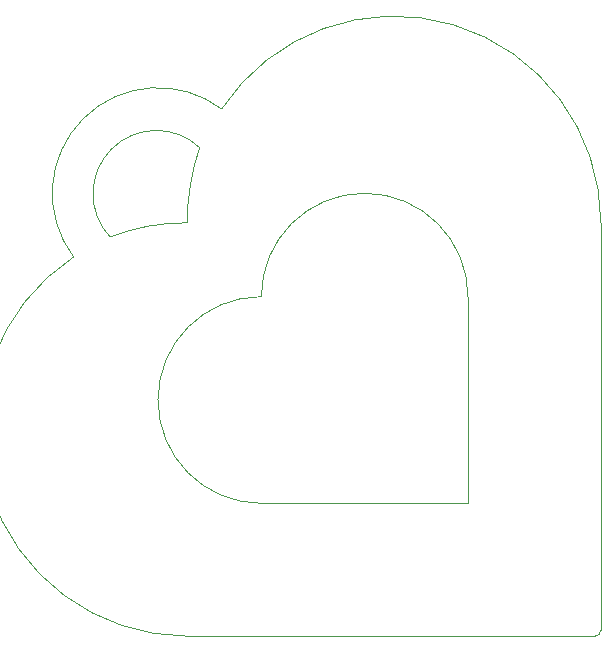
<source format=gbr>
%TF.GenerationSoftware,KiCad,Pcbnew,(5.1.12-1-g0a0a2da680)-1*%
%TF.CreationDate,2021-11-24T18:51:27+01:00*%
%TF.ProjectId,loveu,6c6f7665-752e-46b6-9963-61645f706362,rev?*%
%TF.SameCoordinates,Original*%
%TF.FileFunction,Profile,NP*%
%FSLAX46Y46*%
G04 Gerber Fmt 4.6, Leading zero omitted, Abs format (unit mm)*
G04 Created by KiCad (PCBNEW (5.1.12-1-g0a0a2da680)-1) date 2021-11-24 18:51:27*
%MOMM*%
%LPD*%
G01*
G04 APERTURE LIST*
%TA.AperFunction,Profile*%
%ADD10C,0.050000*%
%TD*%
G04 APERTURE END LIST*
D10*
X150000000Y-114500000D02*
G75*
G02*
X149500000Y-115000000I-500000J0D01*
G01*
X138750000Y-103750000D02*
X121250000Y-103750000D01*
X138750000Y-86250000D02*
X138750000Y-103750000D01*
X121250000Y-103750000D02*
G75*
G02*
X121250000Y-86250000I0J8750000D01*
G01*
X121250000Y-86250000D02*
G75*
G02*
X138750000Y-86250000I8750000J0D01*
G01*
X114980000Y-80000001D02*
G75*
G02*
X116030388Y-73630001I19840387J1D01*
G01*
X108446910Y-81201143D02*
G75*
G02*
X114980000Y-80000001I6373477J-16298234D01*
G01*
X108446075Y-81201561D02*
G75*
G02*
X116030000Y-73630001I3915649J3661892D01*
G01*
X105360000Y-82893139D02*
G75*
G02*
X117890000Y-70363139I7140000J5390000D01*
G01*
X117891698Y-70364259D02*
G75*
G02*
X150000000Y-80000000I14608302J-9635741D01*
G01*
X115000000Y-115000000D02*
G75*
G02*
X105360000Y-82893139I0J17500623D01*
G01*
X149500000Y-115000000D02*
X115000000Y-115000000D01*
X150000000Y-80000000D02*
X150000000Y-114500000D01*
M02*

</source>
